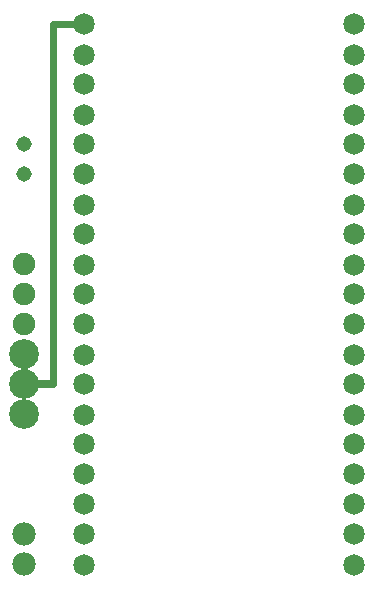
<source format=gbl>
G04 MADE WITH FRITZING*
G04 WWW.FRITZING.ORG*
G04 DOUBLE SIDED*
G04 HOLES PLATED*
G04 CONTOUR ON CENTER OF CONTOUR VECTOR*
%ASAXBY*%
%FSLAX23Y23*%
%MOIN*%
%OFA0B0*%
%SFA1.0B1.0*%
%ADD10C,0.071858*%
%ADD11C,0.051496*%
%ADD12C,0.075000*%
%ADD13C,0.099055*%
%ADD14C,0.078000*%
%ADD15C,0.024000*%
%ADD16R,0.001000X0.001000*%
%LNCOPPER0*%
G90*
G70*
G54D10*
X385Y1878D03*
X385Y1777D03*
X385Y1678D03*
X385Y1577D03*
X385Y1478D03*
X385Y1378D03*
X385Y1277D03*
X385Y1178D03*
X385Y1077D03*
X385Y978D03*
X385Y878D03*
X385Y777D03*
X385Y678D03*
X385Y577D03*
X385Y478D03*
X385Y378D03*
X385Y278D03*
X385Y178D03*
X385Y77D03*
X1285Y77D03*
X1285Y178D03*
X1285Y278D03*
X1285Y378D03*
X1285Y478D03*
X1285Y577D03*
X1285Y678D03*
X1285Y777D03*
X1285Y878D03*
X1285Y978D03*
X1285Y1077D03*
X1285Y1178D03*
X1285Y1277D03*
X1285Y1378D03*
X1285Y1478D03*
X1285Y1577D03*
X1285Y1678D03*
X1285Y1777D03*
X1285Y1878D03*
G54D11*
X185Y1478D03*
X185Y1378D03*
G54D12*
X185Y1078D03*
X185Y978D03*
X185Y878D03*
G54D13*
X185Y778D03*
X185Y678D03*
X185Y578D03*
G54D14*
X185Y178D03*
X185Y78D03*
G54D15*
X185Y748D02*
X185Y708D01*
G54D16*
X285Y1889D02*
X389Y1889D01*
X280Y1888D02*
X391Y1888D01*
X278Y1887D02*
X393Y1887D01*
X277Y1886D02*
X394Y1886D01*
X276Y1885D02*
X395Y1885D01*
X275Y1884D02*
X395Y1884D01*
X275Y1883D02*
X396Y1883D01*
X274Y1882D02*
X396Y1882D01*
X274Y1881D02*
X397Y1881D01*
X274Y1880D02*
X397Y1880D01*
X273Y1879D02*
X397Y1879D01*
X273Y1878D02*
X397Y1878D01*
X273Y1877D02*
X397Y1877D01*
X273Y1876D02*
X397Y1876D01*
X273Y1875D02*
X397Y1875D01*
X273Y1874D02*
X397Y1874D01*
X273Y1873D02*
X396Y1873D01*
X273Y1872D02*
X396Y1872D01*
X273Y1871D02*
X395Y1871D01*
X273Y1870D02*
X395Y1870D01*
X273Y1869D02*
X394Y1869D01*
X273Y1868D02*
X393Y1868D01*
X273Y1867D02*
X391Y1867D01*
X273Y1866D02*
X388Y1866D01*
X273Y1865D02*
X296Y1865D01*
X273Y1864D02*
X296Y1864D01*
X273Y1863D02*
X296Y1863D01*
X273Y1862D02*
X296Y1862D01*
X273Y1861D02*
X296Y1861D01*
X273Y1860D02*
X296Y1860D01*
X273Y1859D02*
X296Y1859D01*
X273Y1858D02*
X296Y1858D01*
X273Y1857D02*
X296Y1857D01*
X273Y1856D02*
X296Y1856D01*
X273Y1855D02*
X296Y1855D01*
X273Y1854D02*
X296Y1854D01*
X273Y1853D02*
X296Y1853D01*
X273Y1852D02*
X296Y1852D01*
X273Y1851D02*
X296Y1851D01*
X273Y1850D02*
X296Y1850D01*
X273Y1849D02*
X296Y1849D01*
X273Y1848D02*
X296Y1848D01*
X273Y1847D02*
X296Y1847D01*
X273Y1846D02*
X296Y1846D01*
X273Y1845D02*
X296Y1845D01*
X273Y1844D02*
X296Y1844D01*
X273Y1843D02*
X296Y1843D01*
X273Y1842D02*
X296Y1842D01*
X273Y1841D02*
X296Y1841D01*
X273Y1840D02*
X296Y1840D01*
X273Y1839D02*
X296Y1839D01*
X273Y1838D02*
X296Y1838D01*
X273Y1837D02*
X296Y1837D01*
X273Y1836D02*
X296Y1836D01*
X273Y1835D02*
X296Y1835D01*
X273Y1834D02*
X296Y1834D01*
X273Y1833D02*
X296Y1833D01*
X273Y1832D02*
X296Y1832D01*
X273Y1831D02*
X296Y1831D01*
X273Y1830D02*
X296Y1830D01*
X273Y1829D02*
X296Y1829D01*
X273Y1828D02*
X296Y1828D01*
X273Y1827D02*
X296Y1827D01*
X273Y1826D02*
X296Y1826D01*
X273Y1825D02*
X296Y1825D01*
X273Y1824D02*
X296Y1824D01*
X273Y1823D02*
X296Y1823D01*
X273Y1822D02*
X296Y1822D01*
X273Y1821D02*
X296Y1821D01*
X273Y1820D02*
X296Y1820D01*
X273Y1819D02*
X296Y1819D01*
X273Y1818D02*
X296Y1818D01*
X273Y1817D02*
X296Y1817D01*
X273Y1816D02*
X296Y1816D01*
X273Y1815D02*
X296Y1815D01*
X273Y1814D02*
X296Y1814D01*
X273Y1813D02*
X296Y1813D01*
X273Y1812D02*
X296Y1812D01*
X273Y1811D02*
X296Y1811D01*
X273Y1810D02*
X296Y1810D01*
X273Y1809D02*
X296Y1809D01*
X273Y1808D02*
X296Y1808D01*
X273Y1807D02*
X296Y1807D01*
X273Y1806D02*
X296Y1806D01*
X273Y1805D02*
X296Y1805D01*
X273Y1804D02*
X296Y1804D01*
X273Y1803D02*
X296Y1803D01*
X273Y1802D02*
X296Y1802D01*
X273Y1801D02*
X296Y1801D01*
X273Y1800D02*
X296Y1800D01*
X273Y1799D02*
X296Y1799D01*
X273Y1798D02*
X296Y1798D01*
X273Y1797D02*
X296Y1797D01*
X273Y1796D02*
X296Y1796D01*
X273Y1795D02*
X296Y1795D01*
X273Y1794D02*
X296Y1794D01*
X273Y1793D02*
X296Y1793D01*
X273Y1792D02*
X296Y1792D01*
X273Y1791D02*
X296Y1791D01*
X273Y1790D02*
X296Y1790D01*
X273Y1789D02*
X296Y1789D01*
X273Y1788D02*
X296Y1788D01*
X273Y1787D02*
X296Y1787D01*
X273Y1786D02*
X296Y1786D01*
X273Y1785D02*
X296Y1785D01*
X273Y1784D02*
X296Y1784D01*
X273Y1783D02*
X296Y1783D01*
X273Y1782D02*
X296Y1782D01*
X273Y1781D02*
X296Y1781D01*
X273Y1780D02*
X296Y1780D01*
X273Y1779D02*
X296Y1779D01*
X273Y1778D02*
X296Y1778D01*
X273Y1777D02*
X296Y1777D01*
X273Y1776D02*
X296Y1776D01*
X273Y1775D02*
X296Y1775D01*
X273Y1774D02*
X296Y1774D01*
X273Y1773D02*
X296Y1773D01*
X273Y1772D02*
X296Y1772D01*
X273Y1771D02*
X296Y1771D01*
X273Y1770D02*
X296Y1770D01*
X273Y1769D02*
X296Y1769D01*
X273Y1768D02*
X296Y1768D01*
X273Y1767D02*
X296Y1767D01*
X273Y1766D02*
X296Y1766D01*
X273Y1765D02*
X296Y1765D01*
X273Y1764D02*
X296Y1764D01*
X273Y1763D02*
X296Y1763D01*
X273Y1762D02*
X296Y1762D01*
X273Y1761D02*
X296Y1761D01*
X273Y1760D02*
X296Y1760D01*
X273Y1759D02*
X296Y1759D01*
X273Y1758D02*
X296Y1758D01*
X273Y1757D02*
X296Y1757D01*
X273Y1756D02*
X296Y1756D01*
X273Y1755D02*
X296Y1755D01*
X273Y1754D02*
X296Y1754D01*
X273Y1753D02*
X296Y1753D01*
X273Y1752D02*
X296Y1752D01*
X273Y1751D02*
X296Y1751D01*
X273Y1750D02*
X296Y1750D01*
X273Y1749D02*
X296Y1749D01*
X273Y1748D02*
X296Y1748D01*
X273Y1747D02*
X296Y1747D01*
X273Y1746D02*
X296Y1746D01*
X273Y1745D02*
X296Y1745D01*
X273Y1744D02*
X296Y1744D01*
X273Y1743D02*
X296Y1743D01*
X273Y1742D02*
X296Y1742D01*
X273Y1741D02*
X296Y1741D01*
X273Y1740D02*
X296Y1740D01*
X273Y1739D02*
X296Y1739D01*
X273Y1738D02*
X296Y1738D01*
X273Y1737D02*
X296Y1737D01*
X273Y1736D02*
X296Y1736D01*
X273Y1735D02*
X296Y1735D01*
X273Y1734D02*
X296Y1734D01*
X273Y1733D02*
X296Y1733D01*
X273Y1732D02*
X296Y1732D01*
X273Y1731D02*
X296Y1731D01*
X273Y1730D02*
X296Y1730D01*
X273Y1729D02*
X296Y1729D01*
X273Y1728D02*
X296Y1728D01*
X273Y1727D02*
X296Y1727D01*
X273Y1726D02*
X296Y1726D01*
X273Y1725D02*
X296Y1725D01*
X273Y1724D02*
X296Y1724D01*
X273Y1723D02*
X296Y1723D01*
X273Y1722D02*
X296Y1722D01*
X273Y1721D02*
X296Y1721D01*
X273Y1720D02*
X296Y1720D01*
X273Y1719D02*
X296Y1719D01*
X273Y1718D02*
X296Y1718D01*
X273Y1717D02*
X296Y1717D01*
X273Y1716D02*
X296Y1716D01*
X273Y1715D02*
X296Y1715D01*
X273Y1714D02*
X296Y1714D01*
X273Y1713D02*
X296Y1713D01*
X273Y1712D02*
X296Y1712D01*
X273Y1711D02*
X296Y1711D01*
X273Y1710D02*
X296Y1710D01*
X273Y1709D02*
X296Y1709D01*
X273Y1708D02*
X296Y1708D01*
X273Y1707D02*
X296Y1707D01*
X273Y1706D02*
X296Y1706D01*
X273Y1705D02*
X296Y1705D01*
X273Y1704D02*
X296Y1704D01*
X273Y1703D02*
X296Y1703D01*
X273Y1702D02*
X296Y1702D01*
X273Y1701D02*
X296Y1701D01*
X273Y1700D02*
X296Y1700D01*
X273Y1699D02*
X296Y1699D01*
X273Y1698D02*
X296Y1698D01*
X273Y1697D02*
X296Y1697D01*
X273Y1696D02*
X296Y1696D01*
X273Y1695D02*
X296Y1695D01*
X273Y1694D02*
X296Y1694D01*
X273Y1693D02*
X296Y1693D01*
X273Y1692D02*
X296Y1692D01*
X273Y1691D02*
X296Y1691D01*
X273Y1690D02*
X296Y1690D01*
X273Y1689D02*
X296Y1689D01*
X273Y1688D02*
X296Y1688D01*
X273Y1687D02*
X296Y1687D01*
X273Y1686D02*
X296Y1686D01*
X273Y1685D02*
X296Y1685D01*
X273Y1684D02*
X296Y1684D01*
X273Y1683D02*
X296Y1683D01*
X273Y1682D02*
X296Y1682D01*
X273Y1681D02*
X296Y1681D01*
X273Y1680D02*
X296Y1680D01*
X273Y1679D02*
X296Y1679D01*
X273Y1678D02*
X296Y1678D01*
X273Y1677D02*
X296Y1677D01*
X273Y1676D02*
X296Y1676D01*
X273Y1675D02*
X296Y1675D01*
X273Y1674D02*
X296Y1674D01*
X273Y1673D02*
X296Y1673D01*
X273Y1672D02*
X296Y1672D01*
X273Y1671D02*
X296Y1671D01*
X273Y1670D02*
X296Y1670D01*
X273Y1669D02*
X296Y1669D01*
X273Y1668D02*
X296Y1668D01*
X273Y1667D02*
X296Y1667D01*
X273Y1666D02*
X296Y1666D01*
X273Y1665D02*
X296Y1665D01*
X273Y1664D02*
X296Y1664D01*
X273Y1663D02*
X296Y1663D01*
X273Y1662D02*
X296Y1662D01*
X273Y1661D02*
X296Y1661D01*
X273Y1660D02*
X296Y1660D01*
X273Y1659D02*
X296Y1659D01*
X273Y1658D02*
X296Y1658D01*
X273Y1657D02*
X296Y1657D01*
X273Y1656D02*
X296Y1656D01*
X273Y1655D02*
X296Y1655D01*
X273Y1654D02*
X296Y1654D01*
X273Y1653D02*
X296Y1653D01*
X273Y1652D02*
X296Y1652D01*
X273Y1651D02*
X296Y1651D01*
X273Y1650D02*
X296Y1650D01*
X273Y1649D02*
X296Y1649D01*
X273Y1648D02*
X296Y1648D01*
X273Y1647D02*
X296Y1647D01*
X273Y1646D02*
X296Y1646D01*
X273Y1645D02*
X296Y1645D01*
X273Y1644D02*
X296Y1644D01*
X273Y1643D02*
X296Y1643D01*
X273Y1642D02*
X296Y1642D01*
X273Y1641D02*
X296Y1641D01*
X273Y1640D02*
X296Y1640D01*
X273Y1639D02*
X296Y1639D01*
X273Y1638D02*
X296Y1638D01*
X273Y1637D02*
X296Y1637D01*
X273Y1636D02*
X296Y1636D01*
X273Y1635D02*
X296Y1635D01*
X273Y1634D02*
X296Y1634D01*
X273Y1633D02*
X296Y1633D01*
X273Y1632D02*
X296Y1632D01*
X273Y1631D02*
X296Y1631D01*
X273Y1630D02*
X296Y1630D01*
X273Y1629D02*
X296Y1629D01*
X273Y1628D02*
X296Y1628D01*
X273Y1627D02*
X296Y1627D01*
X273Y1626D02*
X296Y1626D01*
X273Y1625D02*
X296Y1625D01*
X273Y1624D02*
X296Y1624D01*
X273Y1623D02*
X296Y1623D01*
X273Y1622D02*
X296Y1622D01*
X273Y1621D02*
X296Y1621D01*
X273Y1620D02*
X296Y1620D01*
X273Y1619D02*
X296Y1619D01*
X273Y1618D02*
X296Y1618D01*
X273Y1617D02*
X296Y1617D01*
X273Y1616D02*
X296Y1616D01*
X273Y1615D02*
X296Y1615D01*
X273Y1614D02*
X296Y1614D01*
X273Y1613D02*
X296Y1613D01*
X273Y1612D02*
X296Y1612D01*
X273Y1611D02*
X296Y1611D01*
X273Y1610D02*
X296Y1610D01*
X273Y1609D02*
X296Y1609D01*
X273Y1608D02*
X296Y1608D01*
X273Y1607D02*
X296Y1607D01*
X273Y1606D02*
X296Y1606D01*
X273Y1605D02*
X296Y1605D01*
X273Y1604D02*
X296Y1604D01*
X273Y1603D02*
X296Y1603D01*
X273Y1602D02*
X296Y1602D01*
X273Y1601D02*
X296Y1601D01*
X273Y1600D02*
X296Y1600D01*
X273Y1599D02*
X296Y1599D01*
X273Y1598D02*
X296Y1598D01*
X273Y1597D02*
X296Y1597D01*
X273Y1596D02*
X296Y1596D01*
X273Y1595D02*
X296Y1595D01*
X273Y1594D02*
X296Y1594D01*
X273Y1593D02*
X296Y1593D01*
X273Y1592D02*
X296Y1592D01*
X273Y1591D02*
X296Y1591D01*
X273Y1590D02*
X296Y1590D01*
X273Y1589D02*
X296Y1589D01*
X273Y1588D02*
X296Y1588D01*
X273Y1587D02*
X296Y1587D01*
X273Y1586D02*
X296Y1586D01*
X273Y1585D02*
X296Y1585D01*
X273Y1584D02*
X296Y1584D01*
X273Y1583D02*
X296Y1583D01*
X273Y1582D02*
X296Y1582D01*
X273Y1581D02*
X296Y1581D01*
X273Y1580D02*
X296Y1580D01*
X273Y1579D02*
X296Y1579D01*
X273Y1578D02*
X296Y1578D01*
X273Y1577D02*
X296Y1577D01*
X273Y1576D02*
X296Y1576D01*
X273Y1575D02*
X296Y1575D01*
X273Y1574D02*
X296Y1574D01*
X273Y1573D02*
X296Y1573D01*
X273Y1572D02*
X296Y1572D01*
X273Y1571D02*
X296Y1571D01*
X273Y1570D02*
X296Y1570D01*
X273Y1569D02*
X296Y1569D01*
X273Y1568D02*
X296Y1568D01*
X273Y1567D02*
X296Y1567D01*
X273Y1566D02*
X296Y1566D01*
X273Y1565D02*
X296Y1565D01*
X273Y1564D02*
X296Y1564D01*
X273Y1563D02*
X296Y1563D01*
X273Y1562D02*
X296Y1562D01*
X273Y1561D02*
X296Y1561D01*
X273Y1560D02*
X296Y1560D01*
X273Y1559D02*
X296Y1559D01*
X273Y1558D02*
X296Y1558D01*
X273Y1557D02*
X296Y1557D01*
X273Y1556D02*
X296Y1556D01*
X273Y1555D02*
X296Y1555D01*
X273Y1554D02*
X296Y1554D01*
X273Y1553D02*
X296Y1553D01*
X273Y1552D02*
X296Y1552D01*
X273Y1551D02*
X296Y1551D01*
X273Y1550D02*
X296Y1550D01*
X273Y1549D02*
X296Y1549D01*
X273Y1548D02*
X296Y1548D01*
X273Y1547D02*
X296Y1547D01*
X273Y1546D02*
X296Y1546D01*
X273Y1545D02*
X296Y1545D01*
X273Y1544D02*
X296Y1544D01*
X273Y1543D02*
X296Y1543D01*
X273Y1542D02*
X296Y1542D01*
X273Y1541D02*
X296Y1541D01*
X273Y1540D02*
X296Y1540D01*
X273Y1539D02*
X296Y1539D01*
X273Y1538D02*
X296Y1538D01*
X273Y1537D02*
X296Y1537D01*
X273Y1536D02*
X296Y1536D01*
X273Y1535D02*
X296Y1535D01*
X273Y1534D02*
X296Y1534D01*
X273Y1533D02*
X296Y1533D01*
X273Y1532D02*
X296Y1532D01*
X273Y1531D02*
X296Y1531D01*
X273Y1530D02*
X296Y1530D01*
X273Y1529D02*
X296Y1529D01*
X273Y1528D02*
X296Y1528D01*
X273Y1527D02*
X296Y1527D01*
X273Y1526D02*
X296Y1526D01*
X273Y1525D02*
X296Y1525D01*
X273Y1524D02*
X296Y1524D01*
X273Y1523D02*
X296Y1523D01*
X273Y1522D02*
X296Y1522D01*
X273Y1521D02*
X296Y1521D01*
X273Y1520D02*
X296Y1520D01*
X273Y1519D02*
X296Y1519D01*
X273Y1518D02*
X296Y1518D01*
X273Y1517D02*
X296Y1517D01*
X273Y1516D02*
X296Y1516D01*
X273Y1515D02*
X296Y1515D01*
X273Y1514D02*
X296Y1514D01*
X273Y1513D02*
X296Y1513D01*
X273Y1512D02*
X296Y1512D01*
X273Y1511D02*
X296Y1511D01*
X273Y1510D02*
X296Y1510D01*
X273Y1509D02*
X296Y1509D01*
X273Y1508D02*
X296Y1508D01*
X273Y1507D02*
X296Y1507D01*
X273Y1506D02*
X296Y1506D01*
X273Y1505D02*
X296Y1505D01*
X273Y1504D02*
X296Y1504D01*
X273Y1503D02*
X296Y1503D01*
X273Y1502D02*
X296Y1502D01*
X273Y1501D02*
X296Y1501D01*
X273Y1500D02*
X296Y1500D01*
X273Y1499D02*
X296Y1499D01*
X273Y1498D02*
X296Y1498D01*
X273Y1497D02*
X296Y1497D01*
X273Y1496D02*
X296Y1496D01*
X273Y1495D02*
X296Y1495D01*
X273Y1494D02*
X296Y1494D01*
X273Y1493D02*
X296Y1493D01*
X273Y1492D02*
X296Y1492D01*
X273Y1491D02*
X296Y1491D01*
X273Y1490D02*
X296Y1490D01*
X273Y1489D02*
X296Y1489D01*
X273Y1488D02*
X296Y1488D01*
X273Y1487D02*
X296Y1487D01*
X273Y1486D02*
X296Y1486D01*
X273Y1485D02*
X296Y1485D01*
X273Y1484D02*
X296Y1484D01*
X273Y1483D02*
X296Y1483D01*
X273Y1482D02*
X296Y1482D01*
X273Y1481D02*
X296Y1481D01*
X273Y1480D02*
X296Y1480D01*
X273Y1479D02*
X296Y1479D01*
X273Y1478D02*
X296Y1478D01*
X273Y1477D02*
X296Y1477D01*
X273Y1476D02*
X296Y1476D01*
X273Y1475D02*
X296Y1475D01*
X273Y1474D02*
X296Y1474D01*
X273Y1473D02*
X296Y1473D01*
X273Y1472D02*
X296Y1472D01*
X273Y1471D02*
X296Y1471D01*
X273Y1470D02*
X296Y1470D01*
X273Y1469D02*
X296Y1469D01*
X273Y1468D02*
X296Y1468D01*
X273Y1467D02*
X296Y1467D01*
X273Y1466D02*
X296Y1466D01*
X273Y1465D02*
X296Y1465D01*
X273Y1464D02*
X296Y1464D01*
X273Y1463D02*
X296Y1463D01*
X273Y1462D02*
X296Y1462D01*
X273Y1461D02*
X296Y1461D01*
X273Y1460D02*
X296Y1460D01*
X273Y1459D02*
X296Y1459D01*
X273Y1458D02*
X296Y1458D01*
X273Y1457D02*
X296Y1457D01*
X273Y1456D02*
X296Y1456D01*
X273Y1455D02*
X296Y1455D01*
X273Y1454D02*
X296Y1454D01*
X273Y1453D02*
X296Y1453D01*
X273Y1452D02*
X296Y1452D01*
X273Y1451D02*
X296Y1451D01*
X273Y1450D02*
X296Y1450D01*
X273Y1449D02*
X296Y1449D01*
X273Y1448D02*
X296Y1448D01*
X273Y1447D02*
X296Y1447D01*
X273Y1446D02*
X296Y1446D01*
X273Y1445D02*
X296Y1445D01*
X273Y1444D02*
X296Y1444D01*
X273Y1443D02*
X296Y1443D01*
X273Y1442D02*
X296Y1442D01*
X273Y1441D02*
X296Y1441D01*
X273Y1440D02*
X296Y1440D01*
X273Y1439D02*
X296Y1439D01*
X273Y1438D02*
X296Y1438D01*
X273Y1437D02*
X296Y1437D01*
X273Y1436D02*
X296Y1436D01*
X273Y1435D02*
X296Y1435D01*
X273Y1434D02*
X296Y1434D01*
X273Y1433D02*
X296Y1433D01*
X273Y1432D02*
X296Y1432D01*
X273Y1431D02*
X296Y1431D01*
X273Y1430D02*
X296Y1430D01*
X273Y1429D02*
X296Y1429D01*
X273Y1428D02*
X296Y1428D01*
X273Y1427D02*
X296Y1427D01*
X273Y1426D02*
X296Y1426D01*
X273Y1425D02*
X296Y1425D01*
X273Y1424D02*
X296Y1424D01*
X273Y1423D02*
X296Y1423D01*
X273Y1422D02*
X296Y1422D01*
X273Y1421D02*
X296Y1421D01*
X273Y1420D02*
X296Y1420D01*
X273Y1419D02*
X296Y1419D01*
X273Y1418D02*
X296Y1418D01*
X273Y1417D02*
X296Y1417D01*
X273Y1416D02*
X296Y1416D01*
X273Y1415D02*
X296Y1415D01*
X273Y1414D02*
X296Y1414D01*
X273Y1413D02*
X296Y1413D01*
X273Y1412D02*
X296Y1412D01*
X273Y1411D02*
X296Y1411D01*
X273Y1410D02*
X296Y1410D01*
X273Y1409D02*
X296Y1409D01*
X273Y1408D02*
X296Y1408D01*
X273Y1407D02*
X296Y1407D01*
X273Y1406D02*
X296Y1406D01*
X273Y1405D02*
X296Y1405D01*
X273Y1404D02*
X296Y1404D01*
X273Y1403D02*
X296Y1403D01*
X273Y1402D02*
X296Y1402D01*
X273Y1401D02*
X296Y1401D01*
X273Y1400D02*
X296Y1400D01*
X273Y1399D02*
X296Y1399D01*
X273Y1398D02*
X296Y1398D01*
X273Y1397D02*
X296Y1397D01*
X273Y1396D02*
X296Y1396D01*
X273Y1395D02*
X296Y1395D01*
X273Y1394D02*
X296Y1394D01*
X273Y1393D02*
X296Y1393D01*
X273Y1392D02*
X296Y1392D01*
X273Y1391D02*
X296Y1391D01*
X273Y1390D02*
X296Y1390D01*
X273Y1389D02*
X296Y1389D01*
X273Y1388D02*
X296Y1388D01*
X273Y1387D02*
X296Y1387D01*
X273Y1386D02*
X296Y1386D01*
X273Y1385D02*
X296Y1385D01*
X273Y1384D02*
X296Y1384D01*
X273Y1383D02*
X296Y1383D01*
X273Y1382D02*
X296Y1382D01*
X273Y1381D02*
X296Y1381D01*
X273Y1380D02*
X296Y1380D01*
X273Y1379D02*
X296Y1379D01*
X273Y1378D02*
X296Y1378D01*
X273Y1377D02*
X296Y1377D01*
X273Y1376D02*
X296Y1376D01*
X273Y1375D02*
X296Y1375D01*
X273Y1374D02*
X296Y1374D01*
X273Y1373D02*
X296Y1373D01*
X273Y1372D02*
X296Y1372D01*
X273Y1371D02*
X296Y1371D01*
X273Y1370D02*
X296Y1370D01*
X273Y1369D02*
X296Y1369D01*
X273Y1368D02*
X296Y1368D01*
X273Y1367D02*
X296Y1367D01*
X273Y1366D02*
X296Y1366D01*
X273Y1365D02*
X296Y1365D01*
X273Y1364D02*
X296Y1364D01*
X273Y1363D02*
X296Y1363D01*
X273Y1362D02*
X296Y1362D01*
X273Y1361D02*
X296Y1361D01*
X273Y1360D02*
X296Y1360D01*
X273Y1359D02*
X296Y1359D01*
X273Y1358D02*
X296Y1358D01*
X273Y1357D02*
X296Y1357D01*
X273Y1356D02*
X296Y1356D01*
X273Y1355D02*
X296Y1355D01*
X273Y1354D02*
X296Y1354D01*
X273Y1353D02*
X296Y1353D01*
X273Y1352D02*
X296Y1352D01*
X273Y1351D02*
X296Y1351D01*
X273Y1350D02*
X296Y1350D01*
X273Y1349D02*
X296Y1349D01*
X273Y1348D02*
X296Y1348D01*
X273Y1347D02*
X296Y1347D01*
X273Y1346D02*
X296Y1346D01*
X273Y1345D02*
X296Y1345D01*
X273Y1344D02*
X296Y1344D01*
X273Y1343D02*
X296Y1343D01*
X273Y1342D02*
X296Y1342D01*
X273Y1341D02*
X296Y1341D01*
X273Y1340D02*
X296Y1340D01*
X273Y1339D02*
X296Y1339D01*
X273Y1338D02*
X296Y1338D01*
X273Y1337D02*
X296Y1337D01*
X273Y1336D02*
X296Y1336D01*
X273Y1335D02*
X296Y1335D01*
X273Y1334D02*
X296Y1334D01*
X273Y1333D02*
X296Y1333D01*
X273Y1332D02*
X296Y1332D01*
X273Y1331D02*
X296Y1331D01*
X273Y1330D02*
X296Y1330D01*
X273Y1329D02*
X296Y1329D01*
X273Y1328D02*
X296Y1328D01*
X273Y1327D02*
X296Y1327D01*
X273Y1326D02*
X296Y1326D01*
X273Y1325D02*
X296Y1325D01*
X273Y1324D02*
X296Y1324D01*
X273Y1323D02*
X296Y1323D01*
X273Y1322D02*
X296Y1322D01*
X273Y1321D02*
X296Y1321D01*
X273Y1320D02*
X296Y1320D01*
X273Y1319D02*
X296Y1319D01*
X273Y1318D02*
X296Y1318D01*
X273Y1317D02*
X296Y1317D01*
X273Y1316D02*
X296Y1316D01*
X273Y1315D02*
X296Y1315D01*
X273Y1314D02*
X296Y1314D01*
X273Y1313D02*
X296Y1313D01*
X273Y1312D02*
X296Y1312D01*
X273Y1311D02*
X296Y1311D01*
X273Y1310D02*
X296Y1310D01*
X273Y1309D02*
X296Y1309D01*
X273Y1308D02*
X296Y1308D01*
X273Y1307D02*
X296Y1307D01*
X273Y1306D02*
X296Y1306D01*
X273Y1305D02*
X296Y1305D01*
X273Y1304D02*
X296Y1304D01*
X273Y1303D02*
X296Y1303D01*
X273Y1302D02*
X296Y1302D01*
X273Y1301D02*
X296Y1301D01*
X273Y1300D02*
X296Y1300D01*
X273Y1299D02*
X296Y1299D01*
X273Y1298D02*
X296Y1298D01*
X273Y1297D02*
X296Y1297D01*
X273Y1296D02*
X296Y1296D01*
X273Y1295D02*
X296Y1295D01*
X273Y1294D02*
X296Y1294D01*
X273Y1293D02*
X296Y1293D01*
X273Y1292D02*
X296Y1292D01*
X273Y1291D02*
X296Y1291D01*
X273Y1290D02*
X296Y1290D01*
X273Y1289D02*
X296Y1289D01*
X273Y1288D02*
X296Y1288D01*
X273Y1287D02*
X296Y1287D01*
X273Y1286D02*
X296Y1286D01*
X273Y1285D02*
X296Y1285D01*
X273Y1284D02*
X296Y1284D01*
X273Y1283D02*
X296Y1283D01*
X273Y1282D02*
X296Y1282D01*
X273Y1281D02*
X296Y1281D01*
X273Y1280D02*
X296Y1280D01*
X273Y1279D02*
X296Y1279D01*
X273Y1278D02*
X296Y1278D01*
X273Y1277D02*
X296Y1277D01*
X273Y1276D02*
X296Y1276D01*
X273Y1275D02*
X296Y1275D01*
X273Y1274D02*
X296Y1274D01*
X273Y1273D02*
X296Y1273D01*
X273Y1272D02*
X296Y1272D01*
X273Y1271D02*
X296Y1271D01*
X273Y1270D02*
X296Y1270D01*
X273Y1269D02*
X296Y1269D01*
X273Y1268D02*
X296Y1268D01*
X273Y1267D02*
X296Y1267D01*
X273Y1266D02*
X296Y1266D01*
X273Y1265D02*
X296Y1265D01*
X273Y1264D02*
X296Y1264D01*
X273Y1263D02*
X296Y1263D01*
X273Y1262D02*
X296Y1262D01*
X273Y1261D02*
X296Y1261D01*
X273Y1260D02*
X296Y1260D01*
X273Y1259D02*
X296Y1259D01*
X273Y1258D02*
X296Y1258D01*
X273Y1257D02*
X296Y1257D01*
X273Y1256D02*
X296Y1256D01*
X273Y1255D02*
X296Y1255D01*
X273Y1254D02*
X296Y1254D01*
X273Y1253D02*
X296Y1253D01*
X273Y1252D02*
X296Y1252D01*
X273Y1251D02*
X296Y1251D01*
X273Y1250D02*
X296Y1250D01*
X273Y1249D02*
X296Y1249D01*
X273Y1248D02*
X296Y1248D01*
X273Y1247D02*
X296Y1247D01*
X273Y1246D02*
X296Y1246D01*
X273Y1245D02*
X296Y1245D01*
X273Y1244D02*
X296Y1244D01*
X273Y1243D02*
X296Y1243D01*
X273Y1242D02*
X296Y1242D01*
X273Y1241D02*
X296Y1241D01*
X273Y1240D02*
X296Y1240D01*
X273Y1239D02*
X296Y1239D01*
X273Y1238D02*
X296Y1238D01*
X273Y1237D02*
X296Y1237D01*
X273Y1236D02*
X296Y1236D01*
X273Y1235D02*
X296Y1235D01*
X273Y1234D02*
X296Y1234D01*
X273Y1233D02*
X296Y1233D01*
X273Y1232D02*
X296Y1232D01*
X273Y1231D02*
X296Y1231D01*
X273Y1230D02*
X296Y1230D01*
X273Y1229D02*
X296Y1229D01*
X273Y1228D02*
X296Y1228D01*
X273Y1227D02*
X296Y1227D01*
X273Y1226D02*
X296Y1226D01*
X273Y1225D02*
X296Y1225D01*
X273Y1224D02*
X296Y1224D01*
X273Y1223D02*
X296Y1223D01*
X273Y1222D02*
X296Y1222D01*
X273Y1221D02*
X296Y1221D01*
X273Y1220D02*
X296Y1220D01*
X273Y1219D02*
X296Y1219D01*
X273Y1218D02*
X296Y1218D01*
X273Y1217D02*
X296Y1217D01*
X273Y1216D02*
X296Y1216D01*
X273Y1215D02*
X296Y1215D01*
X273Y1214D02*
X296Y1214D01*
X273Y1213D02*
X296Y1213D01*
X273Y1212D02*
X296Y1212D01*
X273Y1211D02*
X296Y1211D01*
X273Y1210D02*
X296Y1210D01*
X273Y1209D02*
X296Y1209D01*
X273Y1208D02*
X296Y1208D01*
X273Y1207D02*
X296Y1207D01*
X273Y1206D02*
X296Y1206D01*
X273Y1205D02*
X296Y1205D01*
X273Y1204D02*
X296Y1204D01*
X273Y1203D02*
X296Y1203D01*
X273Y1202D02*
X296Y1202D01*
X273Y1201D02*
X296Y1201D01*
X273Y1200D02*
X296Y1200D01*
X273Y1199D02*
X296Y1199D01*
X273Y1198D02*
X296Y1198D01*
X273Y1197D02*
X296Y1197D01*
X273Y1196D02*
X296Y1196D01*
X273Y1195D02*
X296Y1195D01*
X273Y1194D02*
X296Y1194D01*
X273Y1193D02*
X296Y1193D01*
X273Y1192D02*
X296Y1192D01*
X273Y1191D02*
X296Y1191D01*
X273Y1190D02*
X296Y1190D01*
X273Y1189D02*
X296Y1189D01*
X273Y1188D02*
X296Y1188D01*
X273Y1187D02*
X296Y1187D01*
X273Y1186D02*
X296Y1186D01*
X273Y1185D02*
X296Y1185D01*
X273Y1184D02*
X296Y1184D01*
X273Y1183D02*
X296Y1183D01*
X273Y1182D02*
X296Y1182D01*
X273Y1181D02*
X296Y1181D01*
X273Y1180D02*
X296Y1180D01*
X273Y1179D02*
X296Y1179D01*
X273Y1178D02*
X296Y1178D01*
X273Y1177D02*
X296Y1177D01*
X273Y1176D02*
X296Y1176D01*
X273Y1175D02*
X296Y1175D01*
X273Y1174D02*
X296Y1174D01*
X273Y1173D02*
X296Y1173D01*
X273Y1172D02*
X296Y1172D01*
X273Y1171D02*
X296Y1171D01*
X273Y1170D02*
X296Y1170D01*
X273Y1169D02*
X296Y1169D01*
X273Y1168D02*
X296Y1168D01*
X273Y1167D02*
X296Y1167D01*
X273Y1166D02*
X296Y1166D01*
X273Y1165D02*
X296Y1165D01*
X273Y1164D02*
X296Y1164D01*
X273Y1163D02*
X296Y1163D01*
X273Y1162D02*
X296Y1162D01*
X273Y1161D02*
X296Y1161D01*
X273Y1160D02*
X296Y1160D01*
X273Y1159D02*
X296Y1159D01*
X273Y1158D02*
X296Y1158D01*
X273Y1157D02*
X296Y1157D01*
X273Y1156D02*
X296Y1156D01*
X273Y1155D02*
X296Y1155D01*
X273Y1154D02*
X296Y1154D01*
X273Y1153D02*
X296Y1153D01*
X273Y1152D02*
X296Y1152D01*
X273Y1151D02*
X296Y1151D01*
X273Y1150D02*
X296Y1150D01*
X273Y1149D02*
X296Y1149D01*
X273Y1148D02*
X296Y1148D01*
X273Y1147D02*
X296Y1147D01*
X273Y1146D02*
X296Y1146D01*
X273Y1145D02*
X296Y1145D01*
X273Y1144D02*
X296Y1144D01*
X273Y1143D02*
X296Y1143D01*
X273Y1142D02*
X296Y1142D01*
X273Y1141D02*
X296Y1141D01*
X273Y1140D02*
X296Y1140D01*
X273Y1139D02*
X296Y1139D01*
X273Y1138D02*
X296Y1138D01*
X273Y1137D02*
X296Y1137D01*
X273Y1136D02*
X296Y1136D01*
X273Y1135D02*
X296Y1135D01*
X273Y1134D02*
X296Y1134D01*
X273Y1133D02*
X296Y1133D01*
X273Y1132D02*
X296Y1132D01*
X273Y1131D02*
X296Y1131D01*
X273Y1130D02*
X296Y1130D01*
X273Y1129D02*
X296Y1129D01*
X273Y1128D02*
X296Y1128D01*
X273Y1127D02*
X296Y1127D01*
X273Y1126D02*
X296Y1126D01*
X273Y1125D02*
X296Y1125D01*
X273Y1124D02*
X296Y1124D01*
X273Y1123D02*
X296Y1123D01*
X273Y1122D02*
X296Y1122D01*
X273Y1121D02*
X296Y1121D01*
X273Y1120D02*
X296Y1120D01*
X273Y1119D02*
X296Y1119D01*
X273Y1118D02*
X296Y1118D01*
X273Y1117D02*
X296Y1117D01*
X273Y1116D02*
X296Y1116D01*
X273Y1115D02*
X296Y1115D01*
X273Y1114D02*
X296Y1114D01*
X273Y1113D02*
X296Y1113D01*
X273Y1112D02*
X296Y1112D01*
X273Y1111D02*
X296Y1111D01*
X273Y1110D02*
X296Y1110D01*
X273Y1109D02*
X296Y1109D01*
X273Y1108D02*
X296Y1108D01*
X273Y1107D02*
X296Y1107D01*
X273Y1106D02*
X296Y1106D01*
X273Y1105D02*
X296Y1105D01*
X273Y1104D02*
X296Y1104D01*
X273Y1103D02*
X296Y1103D01*
X273Y1102D02*
X296Y1102D01*
X273Y1101D02*
X296Y1101D01*
X273Y1100D02*
X296Y1100D01*
X273Y1099D02*
X296Y1099D01*
X273Y1098D02*
X296Y1098D01*
X273Y1097D02*
X296Y1097D01*
X273Y1096D02*
X296Y1096D01*
X273Y1095D02*
X296Y1095D01*
X273Y1094D02*
X296Y1094D01*
X273Y1093D02*
X296Y1093D01*
X273Y1092D02*
X296Y1092D01*
X273Y1091D02*
X296Y1091D01*
X273Y1090D02*
X296Y1090D01*
X273Y1089D02*
X296Y1089D01*
X273Y1088D02*
X296Y1088D01*
X273Y1087D02*
X296Y1087D01*
X273Y1086D02*
X296Y1086D01*
X273Y1085D02*
X296Y1085D01*
X273Y1084D02*
X296Y1084D01*
X273Y1083D02*
X296Y1083D01*
X273Y1082D02*
X296Y1082D01*
X273Y1081D02*
X296Y1081D01*
X273Y1080D02*
X296Y1080D01*
X273Y1079D02*
X296Y1079D01*
X273Y1078D02*
X296Y1078D01*
X273Y1077D02*
X296Y1077D01*
X273Y1076D02*
X296Y1076D01*
X273Y1075D02*
X296Y1075D01*
X273Y1074D02*
X296Y1074D01*
X273Y1073D02*
X296Y1073D01*
X273Y1072D02*
X296Y1072D01*
X273Y1071D02*
X296Y1071D01*
X273Y1070D02*
X296Y1070D01*
X273Y1069D02*
X296Y1069D01*
X273Y1068D02*
X296Y1068D01*
X273Y1067D02*
X296Y1067D01*
X273Y1066D02*
X296Y1066D01*
X273Y1065D02*
X296Y1065D01*
X273Y1064D02*
X296Y1064D01*
X273Y1063D02*
X296Y1063D01*
X273Y1062D02*
X296Y1062D01*
X273Y1061D02*
X296Y1061D01*
X273Y1060D02*
X296Y1060D01*
X273Y1059D02*
X296Y1059D01*
X273Y1058D02*
X296Y1058D01*
X273Y1057D02*
X296Y1057D01*
X273Y1056D02*
X296Y1056D01*
X273Y1055D02*
X296Y1055D01*
X273Y1054D02*
X296Y1054D01*
X273Y1053D02*
X296Y1053D01*
X273Y1052D02*
X296Y1052D01*
X273Y1051D02*
X296Y1051D01*
X273Y1050D02*
X296Y1050D01*
X273Y1049D02*
X296Y1049D01*
X273Y1048D02*
X296Y1048D01*
X273Y1047D02*
X296Y1047D01*
X273Y1046D02*
X296Y1046D01*
X273Y1045D02*
X296Y1045D01*
X273Y1044D02*
X296Y1044D01*
X273Y1043D02*
X296Y1043D01*
X273Y1042D02*
X296Y1042D01*
X273Y1041D02*
X296Y1041D01*
X273Y1040D02*
X296Y1040D01*
X273Y1039D02*
X296Y1039D01*
X273Y1038D02*
X296Y1038D01*
X273Y1037D02*
X296Y1037D01*
X273Y1036D02*
X296Y1036D01*
X273Y1035D02*
X296Y1035D01*
X273Y1034D02*
X296Y1034D01*
X273Y1033D02*
X296Y1033D01*
X273Y1032D02*
X296Y1032D01*
X273Y1031D02*
X296Y1031D01*
X273Y1030D02*
X296Y1030D01*
X273Y1029D02*
X296Y1029D01*
X273Y1028D02*
X296Y1028D01*
X273Y1027D02*
X296Y1027D01*
X273Y1026D02*
X296Y1026D01*
X273Y1025D02*
X296Y1025D01*
X273Y1024D02*
X296Y1024D01*
X273Y1023D02*
X296Y1023D01*
X273Y1022D02*
X296Y1022D01*
X273Y1021D02*
X296Y1021D01*
X273Y1020D02*
X296Y1020D01*
X273Y1019D02*
X296Y1019D01*
X273Y1018D02*
X296Y1018D01*
X273Y1017D02*
X296Y1017D01*
X273Y1016D02*
X296Y1016D01*
X273Y1015D02*
X296Y1015D01*
X273Y1014D02*
X296Y1014D01*
X273Y1013D02*
X296Y1013D01*
X273Y1012D02*
X296Y1012D01*
X273Y1011D02*
X296Y1011D01*
X273Y1010D02*
X296Y1010D01*
X273Y1009D02*
X296Y1009D01*
X273Y1008D02*
X296Y1008D01*
X273Y1007D02*
X296Y1007D01*
X273Y1006D02*
X296Y1006D01*
X273Y1005D02*
X296Y1005D01*
X273Y1004D02*
X296Y1004D01*
X273Y1003D02*
X296Y1003D01*
X273Y1002D02*
X296Y1002D01*
X273Y1001D02*
X296Y1001D01*
X273Y1000D02*
X296Y1000D01*
X273Y999D02*
X296Y999D01*
X273Y998D02*
X296Y998D01*
X273Y997D02*
X296Y997D01*
X273Y996D02*
X296Y996D01*
X273Y995D02*
X296Y995D01*
X273Y994D02*
X296Y994D01*
X273Y993D02*
X296Y993D01*
X273Y992D02*
X296Y992D01*
X273Y991D02*
X296Y991D01*
X273Y990D02*
X296Y990D01*
X273Y989D02*
X296Y989D01*
X273Y988D02*
X296Y988D01*
X273Y987D02*
X296Y987D01*
X273Y986D02*
X296Y986D01*
X273Y985D02*
X296Y985D01*
X273Y984D02*
X296Y984D01*
X273Y983D02*
X296Y983D01*
X273Y982D02*
X296Y982D01*
X273Y981D02*
X296Y981D01*
X273Y980D02*
X296Y980D01*
X273Y979D02*
X296Y979D01*
X273Y978D02*
X296Y978D01*
X273Y977D02*
X296Y977D01*
X273Y976D02*
X296Y976D01*
X273Y975D02*
X296Y975D01*
X273Y974D02*
X296Y974D01*
X273Y973D02*
X296Y973D01*
X273Y972D02*
X296Y972D01*
X273Y971D02*
X296Y971D01*
X273Y970D02*
X296Y970D01*
X273Y969D02*
X296Y969D01*
X273Y968D02*
X296Y968D01*
X273Y967D02*
X296Y967D01*
X273Y966D02*
X296Y966D01*
X273Y965D02*
X296Y965D01*
X273Y964D02*
X296Y964D01*
X273Y963D02*
X296Y963D01*
X273Y962D02*
X296Y962D01*
X273Y961D02*
X296Y961D01*
X273Y960D02*
X296Y960D01*
X273Y959D02*
X296Y959D01*
X273Y958D02*
X296Y958D01*
X273Y957D02*
X296Y957D01*
X273Y956D02*
X296Y956D01*
X273Y955D02*
X296Y955D01*
X273Y954D02*
X296Y954D01*
X273Y953D02*
X296Y953D01*
X273Y952D02*
X296Y952D01*
X273Y951D02*
X296Y951D01*
X273Y950D02*
X296Y950D01*
X273Y949D02*
X296Y949D01*
X273Y948D02*
X296Y948D01*
X273Y947D02*
X296Y947D01*
X273Y946D02*
X296Y946D01*
X273Y945D02*
X296Y945D01*
X273Y944D02*
X296Y944D01*
X273Y943D02*
X296Y943D01*
X273Y942D02*
X296Y942D01*
X273Y941D02*
X296Y941D01*
X273Y940D02*
X296Y940D01*
X273Y939D02*
X296Y939D01*
X273Y938D02*
X296Y938D01*
X273Y937D02*
X296Y937D01*
X273Y936D02*
X296Y936D01*
X273Y935D02*
X296Y935D01*
X273Y934D02*
X296Y934D01*
X273Y933D02*
X296Y933D01*
X273Y932D02*
X296Y932D01*
X273Y931D02*
X296Y931D01*
X273Y930D02*
X296Y930D01*
X273Y929D02*
X296Y929D01*
X273Y928D02*
X296Y928D01*
X273Y927D02*
X296Y927D01*
X273Y926D02*
X296Y926D01*
X273Y925D02*
X296Y925D01*
X273Y924D02*
X296Y924D01*
X273Y923D02*
X296Y923D01*
X273Y922D02*
X296Y922D01*
X273Y921D02*
X296Y921D01*
X273Y920D02*
X296Y920D01*
X273Y919D02*
X296Y919D01*
X273Y918D02*
X296Y918D01*
X273Y917D02*
X296Y917D01*
X273Y916D02*
X296Y916D01*
X273Y915D02*
X296Y915D01*
X273Y914D02*
X296Y914D01*
X273Y913D02*
X296Y913D01*
X273Y912D02*
X296Y912D01*
X273Y911D02*
X296Y911D01*
X273Y910D02*
X296Y910D01*
X273Y909D02*
X296Y909D01*
X273Y908D02*
X296Y908D01*
X273Y907D02*
X296Y907D01*
X273Y906D02*
X296Y906D01*
X273Y905D02*
X296Y905D01*
X273Y904D02*
X296Y904D01*
X273Y903D02*
X296Y903D01*
X273Y902D02*
X296Y902D01*
X273Y901D02*
X296Y901D01*
X273Y900D02*
X296Y900D01*
X273Y899D02*
X296Y899D01*
X273Y898D02*
X296Y898D01*
X273Y897D02*
X296Y897D01*
X273Y896D02*
X296Y896D01*
X273Y895D02*
X296Y895D01*
X273Y894D02*
X296Y894D01*
X273Y893D02*
X296Y893D01*
X273Y892D02*
X296Y892D01*
X273Y891D02*
X296Y891D01*
X273Y890D02*
X296Y890D01*
X273Y889D02*
X296Y889D01*
X273Y888D02*
X296Y888D01*
X273Y887D02*
X296Y887D01*
X273Y886D02*
X296Y886D01*
X273Y885D02*
X296Y885D01*
X273Y884D02*
X296Y884D01*
X273Y883D02*
X296Y883D01*
X273Y882D02*
X296Y882D01*
X273Y881D02*
X296Y881D01*
X273Y880D02*
X296Y880D01*
X273Y879D02*
X296Y879D01*
X273Y878D02*
X296Y878D01*
X273Y877D02*
X296Y877D01*
X273Y876D02*
X296Y876D01*
X273Y875D02*
X296Y875D01*
X273Y874D02*
X296Y874D01*
X273Y873D02*
X296Y873D01*
X273Y872D02*
X296Y872D01*
X273Y871D02*
X296Y871D01*
X273Y870D02*
X296Y870D01*
X273Y869D02*
X296Y869D01*
X273Y868D02*
X296Y868D01*
X273Y867D02*
X296Y867D01*
X273Y866D02*
X296Y866D01*
X273Y865D02*
X296Y865D01*
X273Y864D02*
X296Y864D01*
X273Y863D02*
X296Y863D01*
X273Y862D02*
X296Y862D01*
X273Y861D02*
X296Y861D01*
X273Y860D02*
X296Y860D01*
X273Y859D02*
X296Y859D01*
X273Y858D02*
X296Y858D01*
X273Y857D02*
X296Y857D01*
X273Y856D02*
X296Y856D01*
X273Y855D02*
X296Y855D01*
X273Y854D02*
X296Y854D01*
X273Y853D02*
X296Y853D01*
X273Y852D02*
X296Y852D01*
X273Y851D02*
X296Y851D01*
X273Y850D02*
X296Y850D01*
X273Y849D02*
X296Y849D01*
X273Y848D02*
X296Y848D01*
X273Y847D02*
X296Y847D01*
X273Y846D02*
X296Y846D01*
X273Y845D02*
X296Y845D01*
X273Y844D02*
X296Y844D01*
X273Y843D02*
X296Y843D01*
X273Y842D02*
X296Y842D01*
X273Y841D02*
X296Y841D01*
X273Y840D02*
X296Y840D01*
X273Y839D02*
X296Y839D01*
X273Y838D02*
X296Y838D01*
X273Y837D02*
X296Y837D01*
X273Y836D02*
X296Y836D01*
X273Y835D02*
X296Y835D01*
X273Y834D02*
X296Y834D01*
X273Y833D02*
X296Y833D01*
X273Y832D02*
X296Y832D01*
X273Y831D02*
X296Y831D01*
X273Y830D02*
X296Y830D01*
X273Y829D02*
X296Y829D01*
X273Y828D02*
X296Y828D01*
X273Y827D02*
X296Y827D01*
X273Y826D02*
X296Y826D01*
X273Y825D02*
X296Y825D01*
X273Y824D02*
X296Y824D01*
X273Y823D02*
X296Y823D01*
X273Y822D02*
X296Y822D01*
X273Y821D02*
X296Y821D01*
X273Y820D02*
X296Y820D01*
X273Y819D02*
X296Y819D01*
X273Y818D02*
X296Y818D01*
X273Y817D02*
X296Y817D01*
X273Y816D02*
X296Y816D01*
X273Y815D02*
X296Y815D01*
X273Y814D02*
X296Y814D01*
X273Y813D02*
X296Y813D01*
X273Y812D02*
X296Y812D01*
X273Y811D02*
X296Y811D01*
X273Y810D02*
X296Y810D01*
X273Y809D02*
X296Y809D01*
X273Y808D02*
X296Y808D01*
X273Y807D02*
X296Y807D01*
X273Y806D02*
X296Y806D01*
X273Y805D02*
X296Y805D01*
X273Y804D02*
X296Y804D01*
X273Y803D02*
X296Y803D01*
X273Y802D02*
X296Y802D01*
X273Y801D02*
X296Y801D01*
X273Y800D02*
X296Y800D01*
X273Y799D02*
X296Y799D01*
X273Y798D02*
X296Y798D01*
X273Y797D02*
X296Y797D01*
X273Y796D02*
X296Y796D01*
X273Y795D02*
X296Y795D01*
X273Y794D02*
X296Y794D01*
X273Y793D02*
X296Y793D01*
X273Y792D02*
X296Y792D01*
X273Y791D02*
X296Y791D01*
X273Y790D02*
X296Y790D01*
X273Y789D02*
X296Y789D01*
X273Y788D02*
X296Y788D01*
X273Y787D02*
X296Y787D01*
X273Y786D02*
X296Y786D01*
X273Y785D02*
X296Y785D01*
X273Y784D02*
X296Y784D01*
X273Y783D02*
X296Y783D01*
X273Y782D02*
X296Y782D01*
X273Y781D02*
X296Y781D01*
X273Y780D02*
X296Y780D01*
X273Y779D02*
X296Y779D01*
X273Y778D02*
X296Y778D01*
X273Y777D02*
X296Y777D01*
X273Y776D02*
X296Y776D01*
X273Y775D02*
X296Y775D01*
X273Y774D02*
X296Y774D01*
X273Y773D02*
X296Y773D01*
X273Y772D02*
X296Y772D01*
X273Y771D02*
X296Y771D01*
X273Y770D02*
X296Y770D01*
X273Y769D02*
X296Y769D01*
X273Y768D02*
X296Y768D01*
X273Y767D02*
X296Y767D01*
X273Y766D02*
X296Y766D01*
X273Y765D02*
X296Y765D01*
X273Y764D02*
X296Y764D01*
X273Y763D02*
X296Y763D01*
X273Y762D02*
X296Y762D01*
X273Y761D02*
X296Y761D01*
X273Y760D02*
X296Y760D01*
X273Y759D02*
X296Y759D01*
X273Y758D02*
X296Y758D01*
X273Y757D02*
X296Y757D01*
X273Y756D02*
X296Y756D01*
X273Y755D02*
X296Y755D01*
X273Y754D02*
X296Y754D01*
X273Y753D02*
X296Y753D01*
X273Y752D02*
X296Y752D01*
X273Y751D02*
X296Y751D01*
X273Y750D02*
X296Y750D01*
X273Y749D02*
X296Y749D01*
X273Y748D02*
X296Y748D01*
X273Y747D02*
X296Y747D01*
X273Y746D02*
X296Y746D01*
X273Y745D02*
X296Y745D01*
X273Y744D02*
X296Y744D01*
X273Y743D02*
X296Y743D01*
X273Y742D02*
X296Y742D01*
X273Y741D02*
X296Y741D01*
X273Y740D02*
X296Y740D01*
X273Y739D02*
X296Y739D01*
X273Y738D02*
X296Y738D01*
X273Y737D02*
X296Y737D01*
X273Y736D02*
X296Y736D01*
X273Y735D02*
X296Y735D01*
X273Y734D02*
X296Y734D01*
X273Y733D02*
X296Y733D01*
X273Y732D02*
X296Y732D01*
X273Y731D02*
X296Y731D01*
X273Y730D02*
X296Y730D01*
X273Y729D02*
X296Y729D01*
X273Y728D02*
X296Y728D01*
X273Y727D02*
X296Y727D01*
X273Y726D02*
X296Y726D01*
X273Y725D02*
X296Y725D01*
X273Y724D02*
X296Y724D01*
X273Y723D02*
X296Y723D01*
X273Y722D02*
X296Y722D01*
X273Y721D02*
X296Y721D01*
X273Y720D02*
X296Y720D01*
X273Y719D02*
X296Y719D01*
X273Y718D02*
X296Y718D01*
X273Y717D02*
X296Y717D01*
X273Y716D02*
X296Y716D01*
X273Y715D02*
X296Y715D01*
X273Y714D02*
X296Y714D01*
X273Y713D02*
X296Y713D01*
X273Y712D02*
X296Y712D01*
X273Y711D02*
X296Y711D01*
X273Y710D02*
X296Y710D01*
X273Y709D02*
X296Y709D01*
X273Y708D02*
X296Y708D01*
X273Y707D02*
X296Y707D01*
X273Y706D02*
X296Y706D01*
X273Y705D02*
X296Y705D01*
X273Y704D02*
X296Y704D01*
X273Y703D02*
X296Y703D01*
X273Y702D02*
X296Y702D01*
X273Y701D02*
X296Y701D01*
X273Y700D02*
X296Y700D01*
X273Y699D02*
X296Y699D01*
X273Y698D02*
X296Y698D01*
X273Y697D02*
X296Y697D01*
X273Y696D02*
X296Y696D01*
X273Y695D02*
X296Y695D01*
X273Y694D02*
X296Y694D01*
X273Y693D02*
X296Y693D01*
X273Y692D02*
X296Y692D01*
X273Y691D02*
X296Y691D01*
X183Y690D02*
X296Y690D01*
X180Y689D02*
X296Y689D01*
X179Y688D02*
X296Y688D01*
X178Y687D02*
X296Y687D01*
X177Y686D02*
X296Y686D01*
X176Y685D02*
X296Y685D01*
X175Y684D02*
X296Y684D01*
X175Y683D02*
X296Y683D01*
X174Y682D02*
X296Y682D01*
X174Y681D02*
X296Y681D01*
X174Y680D02*
X296Y680D01*
X174Y679D02*
X296Y679D01*
X174Y678D02*
X296Y678D01*
X174Y677D02*
X296Y677D01*
X174Y676D02*
X296Y676D01*
X174Y675D02*
X296Y675D01*
X175Y674D02*
X295Y674D01*
X175Y673D02*
X295Y673D01*
X176Y672D02*
X294Y672D01*
X176Y671D02*
X293Y671D01*
X177Y670D02*
X293Y670D01*
X178Y669D02*
X291Y669D01*
X180Y668D02*
X290Y668D01*
X182Y667D02*
X287Y667D01*
D02*
G04 End of Copper0*
M02*
</source>
